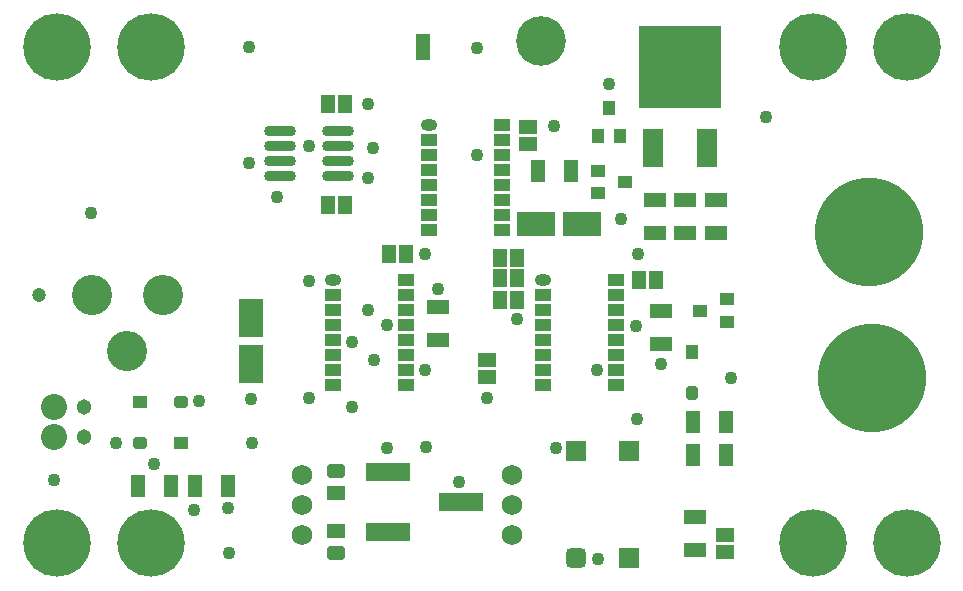
<source format=gts>
G04 Layer_Color=8388736*
%FSLAX25Y25*%
%MOIN*%
G70*
G01*
G75*
%ADD52C,0.16548*%
%ADD53R,0.04737X0.04147*%
G04:AMPARAMS|DCode=54|XSize=41.47mil|YSize=47.37mil|CornerRadius=12.37mil|HoleSize=0mil|Usage=FLASHONLY|Rotation=270.000|XOffset=0mil|YOffset=0mil|HoleType=Round|Shape=RoundedRectangle|*
%AMROUNDEDRECTD54*
21,1,0.04147,0.02264,0,0,270.0*
21,1,0.01673,0.04737,0,0,270.0*
1,1,0.02473,-0.01132,-0.00837*
1,1,0.02473,-0.01132,0.00837*
1,1,0.02473,0.01132,0.00837*
1,1,0.02473,0.01132,-0.00837*
%
%ADD54ROUNDEDRECTD54*%
%ADD55R,0.05524X0.03950*%
%ADD56O,0.05524X0.03950*%
%ADD57O,0.10642X0.03556*%
%ADD58R,0.04147X0.04737*%
G04:AMPARAMS|DCode=59|XSize=41.47mil|YSize=47.37mil|CornerRadius=12.37mil|HoleSize=0mil|Usage=FLASHONLY|Rotation=180.000|XOffset=0mil|YOffset=0mil|HoleType=Round|Shape=RoundedRectangle|*
%AMROUNDEDRECTD59*
21,1,0.04147,0.02264,0,0,180.0*
21,1,0.01673,0.04737,0,0,180.0*
1,1,0.02473,-0.00837,0.01132*
1,1,0.02473,0.00837,0.01132*
1,1,0.02473,0.00837,-0.01132*
1,1,0.02473,-0.00837,-0.01132*
%
%ADD59ROUNDEDRECTD59*%
%ADD60R,0.04934X0.05918*%
%ADD61R,0.14579X0.05918*%
%ADD62R,0.04540X0.04343*%
%ADD63R,0.04540X0.04343*%
%ADD64R,0.27178X0.27178*%
%ADD65R,0.07099X0.12611*%
%ADD66R,0.05918X0.04934*%
%ADD67R,0.08083X0.12611*%
%ADD68R,0.05131X0.07493*%
%ADD69R,0.06312X0.04737*%
G04:AMPARAMS|DCode=70|XSize=63.12mil|YSize=47.37mil|CornerRadius=13.84mil|HoleSize=0mil|Usage=FLASHONLY|Rotation=0.000|XOffset=0mil|YOffset=0mil|HoleType=Round|Shape=RoundedRectangle|*
%AMROUNDEDRECTD70*
21,1,0.06312,0.01969,0,0,0.0*
21,1,0.03543,0.04737,0,0,0.0*
1,1,0.02769,0.01772,-0.00984*
1,1,0.02769,-0.01772,-0.00984*
1,1,0.02769,-0.01772,0.00984*
1,1,0.02769,0.01772,0.00984*
%
%ADD70ROUNDEDRECTD70*%
%ADD71R,0.07493X0.05131*%
G04:AMPARAMS|DCode=72|XSize=68mil|YSize=68mil|CornerRadius=19mil|HoleSize=0mil|Usage=FLASHONLY|Rotation=180.000|XOffset=0mil|YOffset=0mil|HoleType=Round|Shape=RoundedRectangle|*
%AMROUNDEDRECTD72*
21,1,0.06800,0.03000,0,0,180.0*
21,1,0.03000,0.06800,0,0,180.0*
1,1,0.03800,-0.01500,0.01500*
1,1,0.03800,0.01500,0.01500*
1,1,0.03800,0.01500,-0.01500*
1,1,0.03800,-0.01500,-0.01500*
%
%ADD72ROUNDEDRECTD72*%
%ADD73R,0.06800X0.06800*%
%ADD74R,0.04737X0.08674*%
%ADD75R,0.04343X0.04540*%
%ADD76R,0.04343X0.04540*%
%ADD77R,0.12611X0.08083*%
%ADD78C,0.06800*%
%ADD79C,0.36233*%
%ADD80C,0.22453*%
%ADD81C,0.08674*%
%ADD82C,0.05131*%
%ADD83C,0.13398*%
%ADD84C,0.04737*%
%ADD85C,0.04343*%
D52*
X177264Y183071D02*
D03*
D53*
X43517Y62964D02*
D03*
X57283Y49213D02*
D03*
D54*
X57296Y62964D02*
D03*
X43504Y49213D02*
D03*
D55*
X132205Y68500D02*
D03*
Y73500D02*
D03*
Y78500D02*
D03*
Y83500D02*
D03*
Y88500D02*
D03*
Y93500D02*
D03*
Y98500D02*
D03*
Y103500D02*
D03*
X107795Y68500D02*
D03*
Y73500D02*
D03*
Y78500D02*
D03*
Y83500D02*
D03*
Y88500D02*
D03*
Y93500D02*
D03*
Y98500D02*
D03*
X164205Y120020D02*
D03*
Y125020D02*
D03*
Y130020D02*
D03*
Y135020D02*
D03*
Y140020D02*
D03*
Y145020D02*
D03*
Y150020D02*
D03*
Y155020D02*
D03*
X139795Y120020D02*
D03*
Y125020D02*
D03*
Y130020D02*
D03*
Y135020D02*
D03*
Y140020D02*
D03*
Y145020D02*
D03*
Y150020D02*
D03*
X202205Y68500D02*
D03*
Y73500D02*
D03*
Y78500D02*
D03*
Y83500D02*
D03*
Y88500D02*
D03*
Y93500D02*
D03*
Y98500D02*
D03*
Y103500D02*
D03*
X177795Y68500D02*
D03*
Y73500D02*
D03*
Y78500D02*
D03*
Y83500D02*
D03*
Y88500D02*
D03*
Y93500D02*
D03*
Y98500D02*
D03*
D56*
X107795Y103500D02*
D03*
X139795Y155020D02*
D03*
X177795Y103500D02*
D03*
D57*
X109646Y138000D02*
D03*
Y143000D02*
D03*
Y148000D02*
D03*
Y153000D02*
D03*
X90354Y138000D02*
D03*
Y143000D02*
D03*
Y148000D02*
D03*
Y153000D02*
D03*
D58*
X227658Y79626D02*
D03*
D59*
Y65847D02*
D03*
D60*
X169193Y110827D02*
D03*
X163484D02*
D03*
X169193Y96949D02*
D03*
X163484D02*
D03*
X106146Y162000D02*
D03*
X111854D02*
D03*
X106146Y128500D02*
D03*
X111854D02*
D03*
X163484Y104035D02*
D03*
X169193D02*
D03*
X126476Y112106D02*
D03*
X132185D02*
D03*
X215551Y103347D02*
D03*
X209842D02*
D03*
D61*
X126181Y39429D02*
D03*
Y19429D02*
D03*
X150591Y29429D02*
D03*
D62*
X230118Y93307D02*
D03*
X239370Y89567D02*
D03*
X205299Y136205D02*
D03*
X196047Y139945D02*
D03*
D63*
X239370Y97047D02*
D03*
X196047Y132465D02*
D03*
D64*
X223524Y174606D02*
D03*
D65*
X214469Y147638D02*
D03*
X232579D02*
D03*
D66*
X172933Y148917D02*
D03*
Y154626D02*
D03*
X238650Y12874D02*
D03*
Y18583D02*
D03*
X159205Y76764D02*
D03*
Y71055D02*
D03*
D67*
X80701Y75410D02*
D03*
Y90764D02*
D03*
D68*
X72933Y34842D02*
D03*
X61910D02*
D03*
X42913D02*
D03*
X53937D02*
D03*
X238878Y45177D02*
D03*
X227854D02*
D03*
Y56299D02*
D03*
X238878D02*
D03*
X187205Y139961D02*
D03*
X176181D02*
D03*
D69*
X108858Y32579D02*
D03*
X108760Y19783D02*
D03*
D70*
X108858Y39862D02*
D03*
X108760Y12500D02*
D03*
D71*
X228650Y24587D02*
D03*
Y13563D02*
D03*
X142709Y83417D02*
D03*
Y94441D02*
D03*
X217189Y93256D02*
D03*
Y82232D02*
D03*
X215256Y119095D02*
D03*
Y130118D02*
D03*
X225295Y119095D02*
D03*
Y130118D02*
D03*
X235531D02*
D03*
Y119095D02*
D03*
D72*
X188858Y10784D02*
D03*
D73*
Y46610D02*
D03*
X206575D02*
D03*
Y10784D02*
D03*
D74*
X137795Y181102D02*
D03*
D75*
X199902Y160827D02*
D03*
X196161Y151575D02*
D03*
D76*
X203642Y151575D02*
D03*
D77*
X190847Y122047D02*
D03*
X175492D02*
D03*
D78*
X167421Y28642D02*
D03*
Y18642D02*
D03*
Y38642D02*
D03*
X97638Y28642D02*
D03*
Y38642D02*
D03*
Y18642D02*
D03*
D79*
X287402Y70866D02*
D03*
X286417Y119390D02*
D03*
D80*
X15748Y15748D02*
D03*
X299213D02*
D03*
Y181102D02*
D03*
X15748D02*
D03*
X47244D02*
D03*
Y15748D02*
D03*
X267717Y181102D02*
D03*
Y15748D02*
D03*
D81*
X14961Y61201D02*
D03*
Y51201D02*
D03*
D82*
X24961Y61201D02*
D03*
Y51201D02*
D03*
D83*
X51083Y98425D02*
D03*
X39272Y79921D02*
D03*
X27461Y98425D02*
D03*
D84*
X9744D02*
D03*
D85*
X182283Y47539D02*
D03*
X208858Y88090D02*
D03*
X209252Y57284D02*
D03*
X99803Y64244D02*
D03*
X79783Y181102D02*
D03*
X79878Y142584D02*
D03*
X89173Y131299D02*
D03*
X99888Y103234D02*
D03*
Y148000D02*
D03*
X80807Y49213D02*
D03*
X138681Y112205D02*
D03*
X142709Y100598D02*
D03*
X114075Y61122D02*
D03*
X138878Y47835D02*
D03*
X138583Y73425D02*
D03*
X195890Y73500D02*
D03*
X169095Y90551D02*
D03*
X35433Y49213D02*
D03*
X14961Y36713D02*
D03*
X27362Y125886D02*
D03*
X209646Y112303D02*
D03*
X80701Y63878D02*
D03*
X159055Y64075D02*
D03*
X114075Y82874D02*
D03*
X125787Y88484D02*
D03*
X121063Y147539D02*
D03*
X181496Y154921D02*
D03*
X119685Y162205D02*
D03*
X240453Y70866D02*
D03*
X121555Y76968D02*
D03*
X125787Y47441D02*
D03*
X63189Y62992D02*
D03*
X149902Y36024D02*
D03*
X119488Y93504D02*
D03*
Y137598D02*
D03*
X155905Y145079D02*
D03*
X155709Y180905D02*
D03*
X72933Y27362D02*
D03*
X61614Y26969D02*
D03*
X217126Y75394D02*
D03*
X196161Y10630D02*
D03*
X73130Y12500D02*
D03*
X48327Y42126D02*
D03*
X252067Y157776D02*
D03*
X199902Y168701D02*
D03*
X203740Y123819D02*
D03*
M02*

</source>
